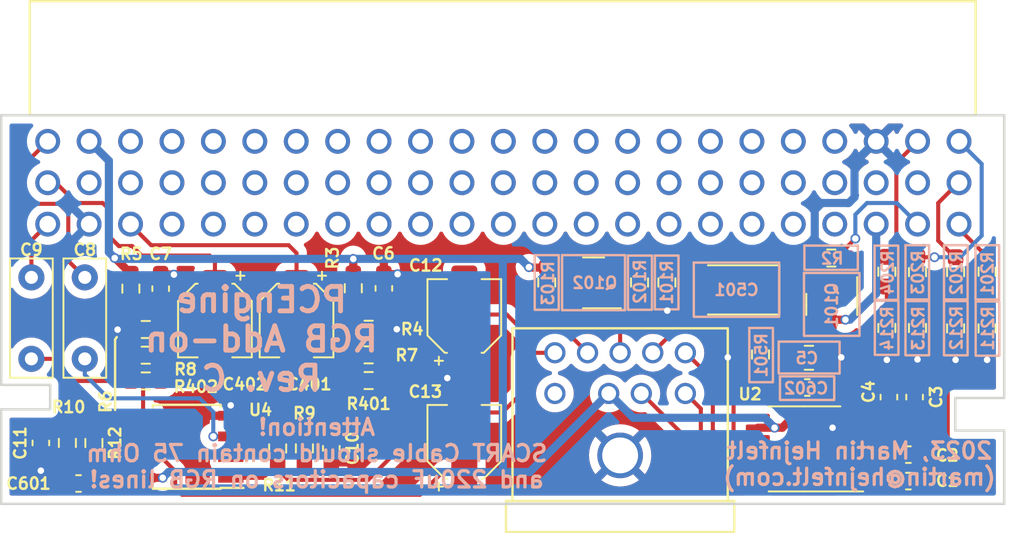
<source format=kicad_pcb>
(kicad_pcb (version 20211014) (generator pcbnew)
  (layers (0 "F.Cu" signal) (31 "B.Cu" signal) (34 "B.Paste" user) (35 "F.Paste" user) (36 "B.SilkS" user "B.Silkscreen") (37 "F.SilkS" user "F.Silkscreen") (38 "B.Mask" user) (39 "F.Mask" user) (44 "Edge.Cuts" user))
  (net 0 "")
  (net 1 "Net-(C1-Pad1)")
  (net 2 "Net-(C2-Pad1)")
  (net 3 "Net-(C3-Pad1)")
  (net 4 "/Sync")
  (net 5 "/Blue")
  (net 6 "/Green")
  (net 7 "/Red")
  (net 8 "/Blue_raw")
  (net 9 "/Green_raw")
  (net 10 "/Red_raw")
  (net 11 "Net-(C4-Pad1)")
  (net 12 "/Video_raw")
  (net 13 "Net-(C6-Pad1)")
  (net 14 "GNDA")
  (net 15 "Net-(C10-Pad1)")
  (net 16 "Net-(C11-Pad1)")
  (net 17 "/AudioLeftAmp")
  (net 18 "/AudioRightAmp")
  (net 19 "+5V")
  (net 20 "Net-(R11-Pad2)")
  (net 21 "/AudioRight")
  (net 22 "/AudioLeft")
  (net 23 "/Video")
  (net 24 "Net-(R2-Pad2)")
  (net 25 "Net-(C13-Pad1)")
  (net 26 "Net-(Q101-Pad2)")
  (net 27 "Net-(Q102-Pad1)")
  (net 35 "/Audio_Mono")
  (net 36 "Net-(C7-Pad1)")
  (net 37 "Net-(C12-Pad1)")
  (net 38 "Net-(C401-Pad1)")
  (net 39 "Net-(R10-Pad1)")
  (net 40 "Net-(C2-Pad2)")
  (net 41 "Net-(C3-Pad2)")
  (net 42 "Net-(C4-Pad2)")
  (net 43 "Net-(C1-Pad2)")
  (net 44 "/CDA_L")
  (net 45 "/CDA_R")
  (net 46 "Net-(C402-Pad1)")
  (net 47 "Net-(C401-Pad2)")
  (net 48 "Net-(C402-Pad2)")
  (net 49 "Net-(Q101-Pad1)")
  (net 57 "Net-(R501-Pad2)")
  (net 58 "Net-(R501-Pad1)")
  (footprint "Capacitor_SMD:C_0603_1608Metric_Pad1.08x0.95mm_HandSolder" (layer "F.Cu") (at 171.3738 104.9528)
    (fp_text reference "C1")
    (fp_text value "0.1uF")
  )
  (footprint "Capacitor_SMD:C_0603_1608Metric_Pad1.08x0.95mm_HandSolder" (layer "F.Cu") (at 171.3738 103.3272)
    (fp_text reference "C2")
    (fp_text value "0.1uF")
  )
  (footprint "Capacitor_SMD:C_0603_1608Metric_Pad1.08x0.95mm_HandSolder" (layer "F.Cu") (at 171.7548 99.7966 90)
    (fp_text reference "C3")
    (fp_text value "0.1uF")
  )
  (footprint "pcengine-expansion:PCEngineExpansion" (layer "F.Cu") (at 146.5 86.5)
    (fp_text reference "U1" hide)
    (fp_text value "PCEngineExpansion")
  )
  (footprint "Package_SO:TSSOP-14_4.4x5mm_P0.65mm" (layer "F.Cu") (at 165.0061 102.9762 180)
    (fp_text reference "U2")
    (fp_text value "THS7374")
  )
  (footprint "mini-din:MINI-DIN-9PIN" (layer "F.Cu") (at 153.7 97.075 180)
    (fp_text reference "U3" hide)
    (fp_text value "Mini-DIN-9-Pin")
  )
  (footprint "Capacitor_SMD:C_0603_1608Metric_Pad1.08x0.95mm_HandSolder" (layer "F.Cu") (at 170.18 99.7966 90)
    (fp_text reference "C4")
    (fp_text value "0.1uF")
  )
  (footprint "Capacitor_SMD:C_0603_1608Metric_Pad1.08x0.95mm_HandSolder" (layer "F.Cu") (at 139.2118 93.1238 90)
    (fp_text reference "C6")
    (fp_text value "2.2uF")
  )
  (footprint "Capacitor_SMD:C_0603_1608Metric_Pad1.08x0.95mm_HandSolder" (layer "F.Cu") (at 125.5268 93.1418 90)
    (fp_text reference "C7")
    (fp_text value "2.2uF")
  )
  (footprint "Capacitor_SMD:C_0603_1608Metric_Pad1.08x0.95mm_HandSolder" (layer "F.Cu") (at 135.9898 102.9405 -90)
    (fp_text reference "C10")
    (fp_text value "1uF")
  )
  (footprint "Capacitor_SMD:C_0603_1608Metric_Pad1.08x0.95mm_HandSolder" (layer "F.Cu") (at 118.1805 102.6103 -90)
    (fp_text reference "C11")
    (fp_text value "1uF")
  )
  (footprint "Resistor_SMD:R_0603_1608Metric_Pad0.98x0.95mm_HandSolder" (layer "F.Cu") (at 137.3378 93.1164 -90)
    (fp_text reference "R3")
    (fp_text value "10K")
  )
  (footprint "Resistor_SMD:R_0603_1608Metric_Pad0.98x0.95mm_HandSolder" (layer "F.Cu") (at 138.2776 95.631)
    (fp_text reference "R4")
    (fp_text value "10K")
  )
  (footprint "Resistor_SMD:R_0603_1608Metric_Pad0.98x0.95mm_HandSolder" (layer "F.Cu") (at 123.7 93.1418 -90)
    (fp_text reference "R5")
    (fp_text value "10K")
  )
  (footprint "Resistor_SMD:R_0603_1608Metric_Pad0.98x0.95mm_HandSolder" (layer "F.Cu") (at 124.6124 95.649 180)
    (fp_text reference "R6")
    (fp_text value "10K")
  )
  (footprint "Resistor_SMD:R_0603_1608Metric_Pad0.98x0.95mm_HandSolder" (layer "F.Cu") (at 138.2776 97.2058 180)
    (fp_text reference "R7")
    (fp_text value "1M")
  )
  (footprint "Resistor_SMD:R_0603_1608Metric_Pad0.98x0.95mm_HandSolder" (layer "F.Cu") (at 124.6124 97.2238)
    (fp_text reference "R8")
    (fp_text value "1M")
  )
  (footprint "Resistor_SMD:R_0603_1608Metric_Pad0.98x0.95mm_HandSolder" (layer "F.Cu") (at 134.3406 102.9443 90)
    (fp_text reference "R9")
    (fp_text value "2K7")
  )
  (footprint "Resistor_SMD:R_0603_1608Metric_Pad0.98x0.95mm_HandSolder" (layer "F.Cu") (at 119.8061 102.6084 90)
    (fp_text reference "R10")
    (fp_text value "2K7")
  )
  (footprint "Resistor_SMD:R_0603_1608Metric_Pad0.98x0.95mm_HandSolder" (layer "F.Cu") (at 132.7 102.95 90)
    (fp_text reference "R11")
    (fp_text value "10K")
  )
  (footprint "Resistor_SMD:R_0603_1608Metric_Pad0.98x0.95mm_HandSolder" (layer "F.Cu") (at 121.4317 102.6141 90)
    (fp_text reference "R12")
    (fp_text value "10K")
  )
  (footprint "Housings_SOIC:SOIC-8_3.9x4.9mm_Pitch1.27mm" (layer "F.Cu") (at 127.127 102.8446 180)
    (fp_text reference "U4")
    (fp_text value "TS922A")
  )
  (footprint "Capacitor_SMD:C_0805_2012Metric_Pad1.18x1.45mm_HandSolder" (layer "F.Cu") (at 165.2778 97.3836)
    (fp_text reference "C5")
    (fp_text value "10uF")
  )
  (footprint "Capacitors_THT:C_Rect_L7.2mm_W2.5mm_P5.00mm_FKS2_FKP2_MKS2_MKP2" (layer "F.Cu") (at 120.875 97.45 90)
    (fp_text reference "C8")
    (fp_text value "10nF/Poly")
  )
  (footprint "Capacitors_THT:C_Rect_L7.2mm_W2.5mm_P5.00mm_FKS2_FKP2_MKS2_MKP2" (layer "F.Cu") (at 117.6 97.45 90)
    (fp_text reference "C9")
    (fp_text value "10nF/Poly")
  )
  (footprint "Capacitor_SMD:CP_Elec_4x5.3" (layer "F.Cu") (at 144.145 94.8182 90)
    (fp_text reference "C12")
    (fp_text value "10uF/Poly")
  )
  (footprint "Capacitor_SMD:CP_Elec_4x5.3" (layer "F.Cu") (at 144.145 102.5398 90)
    (fp_text reference "C13")
    (fp_text value "10uF/Poly")
  )
  (footprint "Resistor_SMD:R_0603_1608Metric_Pad0.98x0.95mm_HandSolder" (layer "F.Cu") (at 166.6494 91.2622)
    (fp_text reference "R2")
    (fp_text value "1K")
  )
  (footprint "Capacitor_SMD:C_0603_1608Metric_Pad1.08x0.95mm_HandSolder" (layer "F.Cu") (at 120.4919 105.0995 180)
    (fp_text reference "C601")
    (fp_text value "0.1uF")
  )
  (footprint "Capacitor_SMD:CP_Elec_4x5.3" (layer "F.Cu") (at 133.858 95.0976 -90)
    (fp_text reference "C401")
    (fp_text value "10uF/Poly")
  )
  (footprint "Package_TO_SOT_SMD:SOT-23" (layer "F.Cu") (at 152.0698 92.7862 180)
    (fp_text reference "Q102")
    (fp_text value "MMBT3904")
  )
  (footprint "Resistor_SMD:R_0603_1608Metric_Pad0.98x0.95mm_HandSolder" (layer "F.Cu") (at 124.6124 98.806)
    (fp_text reference "R402")
    (fp_text value "1K")
  )
  (footprint "Resistor_SMD:R_0603_1608Metric_Pad0.98x0.95mm_HandSolder" (layer "F.Cu") (at 176.1998 92.1004 -90)
    (fp_text reference "R201")
    (fp_text value "2.2K")
  )
  (footprint "Resistor_SMD:R_0603_1608Metric_Pad0.98x0.95mm_HandSolder" (layer "F.Cu") (at 162.306 97.1804 -90)
    (fp_text reference "R501")
    (fp_text value "75R")
  )
  (footprint "Resistor_SMD:R_0603_1608Metric_Pad0.98x0.95mm_HandSolder" (layer "F.Cu") (at 174.2694 95.5802 90)
    (fp_text reference "R212")
    (fp_text value "2.2K")
  )
  (footprint "Resistor_SMD:R_0603_1608Metric_Pad0.98x0.95mm_HandSolder" (layer "F.Cu") (at 170.053 92.1004 -90)
    (fp_text reference "R204")
    (fp_text value "2.2K")
  )
  (footprint "Capacitor_Tantalum_SMD:CP_EIA-3528-12_Kemet-T_Pad1.50x2.35mm_HandSolder" (layer "F.Cu") (at 160.8328 93.218 180)
    (fp_text reference "C501")
    (fp_text value "220uF")
  )
  (footprint "Resistor_SMD:R_0603_1608Metric_Pad0.98x0.95mm_HandSolder" (layer "F.Cu") (at 171.9326 92.1258 -90)
    (fp_text reference "R203")
    (fp_text value "2.2K")
  )
  (footprint "Resistor_SMD:R_0603_1608Metric_Pad0.98x0.95mm_HandSolder" (layer "F.Cu") (at 171.9326 95.5548 90)
    (fp_text reference "R213")
    (fp_text value "2.2K")
  )
  (footprint "Resistor_SMD:R_0603_1608Metric_Pad0.98x0.95mm_HandSolder" (layer "F.Cu") (at 176.1998 95.5802 90)
    (fp_text reference "R211")
    (fp_text value "2.2K")
  )
  (footprint "Capacitor_SMD:C_0603_1608Metric_Pad1.08x0.95mm_HandSolder" (layer "F.Cu") (at 165.1762 99.2082)
    (fp_text reference "C602")
    (fp_text value "0.1uF")
  )
  (footprint "Capacitor_SMD:CP_Elec_4x5.3" (layer "F.Cu") (at 128.8542 95.0976 -90)
    (fp_text reference "C402")
    (fp_text value "10uF/Poly")
  )
  (footprint "Resistor_SMD:R_0603_1608Metric_Pad0.98x0.95mm_HandSolder" (layer "F.Cu") (at 174.2694 92.1258 -90)
    (fp_text reference "R202")
    (fp_text value "2.2K")
  )
  (footprint "Resistor_SMD:R_0603_1608Metric_Pad0.98x0.95mm_HandSolder" (layer "F.Cu") (at 170.053 95.5548 90)
    (fp_text reference "R214")
    (fp_text value "2.2K")
  )
  (footprint "Resistor_SMD:R_0603_1608Metric_Pad0.98x0.95mm_HandSolder" (layer "F.Cu") (at 149.1996 92.7608 -90)
    (fp_text reference "R103")
    (fp_text value "510R")
  )
  (footprint "Resistor_SMD:R_0603_1608Metric_Pad0.98x0.95mm_HandSolder" (layer "F.Cu") (at 156.5656 92.7608 -90)
    (fp_text reference "R101")
    (fp_text value "1K")
  )
  (footprint "Resistor_SMD:R_0603_1608Metric_Pad0.98x0.95mm_HandSolder" (layer "F.Cu") (at 138.2776 98.7806 180)
    (fp_text reference "R401")
    (fp_text value "1K")
  )
  (footprint "Resistor_SMD:R_0603_1608Metric_Pad0.98x0.95mm_HandSolder" (layer "F.Cu") (at 154.8892 92.7608 90)
    (fp_text reference "R102")
    (fp_text value "1K")
  )
  (footprint "Package_TO_SOT_SMD:SOT-23" (layer "F.Cu") (at 166.6748 94.107 -90)
    (fp_text reference "Q101")
    (fp_text value "MMBT3906")
  )
  (gr_rect (start 169.3164 97.2058) (end 170.7642 93.8784) (layer "B.SilkS") (width 0.15) (fill none))
  (gr_rect (start 164.973 92.1766) (end 168.3766 96.0374) (layer "B.SilkS") (width 0.15) (fill none))
  (gr_rect (start 166.8272 99.9702) (end 163.4998 98.5224) (layer "B.SilkS") (width 0.15) (fill none))
  (gr_rect (start 169.3037 93.8276) (end 170.7515 90.5002) (layer "B.SilkS") (width 0.15) (fill none))
  (gr_rect (start 154.178 91.1098) (end 155.6512 94.4372) (layer "B.SilkS") (width 0.15) (fill none))
  (gr_rect (start 158.2166 91.5416) (end 163.449 94.869) (layer "B.SilkS") (width 0.15) (fill none))
  (gr_rect (start 155.829 91.1098) (end 157.2768 94.4118) (layer "B.SilkS") (width 0.15) (fill none))
  (gr_rect (start 175.4886 93.8022) (end 176.9364 90.4748) (layer "B.SilkS") (width 0.15) (fill none))
  (gr_rect (start 171.196 97.2312) (end 172.6438 93.9038) (layer "B.SilkS") (width 0.15) (fill none))
  (gr_rect (start 163.4236 96.393) (end 167.1574 98.3488) (layer "B.SilkS") (width 0.15) (fill none))
  (gr_rect (start 175.5013 97.2566) (end 176.9491 93.9292) (layer "B.SilkS") (width 0.15) (fill none))
  (gr_rect (start 161.6202 98.8822) (end 163.068 95.5548) (layer "B.SilkS") (width 0.15) (fill none))
  (gr_rect (start 168.275 91.9861) (end 164.9984 90.5002) (layer "B.SilkS") (width 0.15) (fill none))
  (gr_rect (start 148.463 91.0844) (end 149.9362 94.4372) (layer "B.SilkS") (width 0.15) (fill none))
  (gr_rect (start 171.196 93.8022) (end 172.6438 90.4748) (layer "B.SilkS") (width 0.15) (fill none))
  (gr_rect (start 150.1394 91.0844) (end 154.0002 94.4626) (layer "B.SilkS") (width 0.15) (fill none))
  (gr_rect (start 173.5582 93.8022) (end 175.006 90.4748) (layer "B.SilkS") (width 0.15) (fill none))
  (gr_rect (start 173.5582 97.2312) (end 175.006 93.9038) (layer "B.SilkS") (width 0.15) (fill none))
  (gr_line (start 122.7328 100.584) (end 122.7328 96.266) (layer "F.SilkS") (width 0.15))
  (gr_line (start 122.8344 96.1136) (end 122.7328 96.266) (layer "F.SilkS") (width 0.15))
  (gr_line (start 117.5 82.5) (end 115.75 82.5) (layer "Edge.Cuts") (width 0.15))
  (gr_line (start 115.75 106.35) (end 115.75 100.55) (layer "Edge.Cuts") (width 0.15))
  (gr_line (start 177.25 106.35) (end 115.75 106.35) (layer "Edge.Cuts") (width 0.15))
  (gr_line (start 177.25 101.85) (end 177.25 106.35) (layer "Edge.Cuts") (width 0.15))
  (gr_line (start 175.5 82.5) (end 177.25 82.5) (layer "Edge.Cuts") (width 0.15))
  (gr_line (start 118.75 100.55) (end 115.75 100.55) (layer "Edge.Cuts") (width 0.15))
  (gr_line (start 177.25 99.85) (end 177.25 82.5) (layer "Edge.Cuts") (width 0.15))
  (gr_line (start 118.75 99.05) (end 118.75 100.55) (layer "Edge.Cuts") (width 0.15))
  (gr_line (start 117.5 82.5) (end 175.5 82.5) (layer "Edge.Cuts") (width 0.15))
  (gr_line (start 115.75 99.05) (end 115.75 82.5) (layer "Edge.Cuts") (width 0.15))
  (gr_line (start 115.75 99.05) (end 118.75 99.05) (layer "Edge.Cuts") (width 0.15))
  (gr_line (start 177.25 101.85) (end 174.25 101.85) (layer "Edge.Cuts") (width 0.15))
  (gr_line (start 174.25 99.85) (end 177.25 99.85) (layer "Edge.Cuts") (width 0.15))
  (gr_line (start 174.25 101.85) (end 174.25 99.85) (layer "Edge.Cuts") (width 0.15))
  (gr_text "PCEngine\nRGB Add-on\nRev. C" (at 131.699 96.2406) (layer "B.SilkS") (effects (font (size 1.5 1.5) (thickness 0.3)) (justify mirror)))
  (gr_text "2023, Martin Hejnfelt\n(martin@hejnfelt.com)" (at 168.375 103.9) (layer "B.SilkS") (effects (font (size 1 1) (thickness 0.2)) (justify mirror)))
  (gr_text "Attention!\nSCART Cable should contain 75 Ohm\nand 220uF capacitors on RGB lines!" (at 135.1026 103.251) (layer "B.SilkS") (effects (font (size 1 1) (thickness 0.2)) (justify mirror)))
  (segment (start 167.8686 104.9262) (end 170.4847 104.9262) (width 0.25) (layer "F.Cu") (net 1))
  (segment (start 170.4847 104.9262) (end 170.5113 104.9528) (width 0.25) (layer "F.Cu") (net 1))
  (segment (start 167.8686 104.2762) (end 169.5623 104.2762) (width 0.25) (layer "F.Cu") (net 2))
  (segment (start 169.5623 104.2762) (end 170.5113 103.3272) (width 0.25) (layer "F.Cu") (net 2))
  (segment (start 171.7548 100.6591) (end 171.7548 101.7016) (width 0.25) (layer "F.Cu") (net 3))
  (segment (start 170.1038 102.2096) (end 169.5704 102.743) (width 0.25) (layer "F.Cu") (net 3))
  (segment (start 171.7548 101.7016) (end 171.2468 102.2096) (width 0.25) (layer "F.Cu") (net 3))
  (segment (start 169.5704 103.3526) (end 169.2968 103.6262) (width 0.25) (layer "F.Cu") (net 3))
  (segment (start 169.2968 103.6262) (end 167.8686 103.6262) (width 0.25) (layer "F.Cu") (net 3))
  (segment (start 169.5704 102.743) (end 169.5704 103.3526) (width 0.25) (layer "F.Cu") (net 3))
  (segment (start 171.2468 102.2096) (end 170.1038 102.2096) (width 0.25) (layer "F.Cu") (net 3))
  (segment (start 150.0867 92.7862) (end 151.1323 92.7862) (width 0.25) (layer "F.Cu") (net 4))
  (segment (start 152.9673 94.9791) (end 153.7 95.7118) (width 0.25) (layer "F.Cu") (net 4))
  (segment (start 151.1323 92.7862) (end 151.1323 94.1601) (width 0.25) (layer "F.Cu") (net 4))
  (segment (start 151.9513 94.9791) (end 152.9673 94.9791) (width 0.25) (layer "F.Cu") (net 4))
  (segment (start 151.1323 94.1601) (end 151.9513 94.9791) (width 0.25) (layer "F.Cu") (net 4))
  (segment (start 153.7 95.7118) (end 153.7 97.075) (width 0.25) (layer "F.Cu") (net 4))
  (segment (start 149.1996 93.6733) (end 150.0867 92.7862) (width 0.25) (layer "F.Cu") (net 4))
  (segment (start 160.3744 104.9262) (end 155.0232 99.575) (width 0.25) (layer "F.Cu") (net 5))
  (segment (start 155.0232 99.575) (end 155 99.575) (width 0.25) (layer "F.Cu") (net 5))
  (segment (start 162.1436 104.9262) (end 160.3744 104.9262) (width 0.25) (layer "F.Cu") (net 5))
  (segment (start 162.1436 104.2762) (end 160.7658 104.2762) (width 0.25) (layer "F.Cu") (net 6))
  (segment (start 160.7658 104.2762) (end 158.6484 102.1588) (width 0.25) (layer "F.Cu") (net 6))
  (segment (start 158.6484 100.5078) (end 157.7156 99.575) (width 0.25) (layer "F.Cu") (net 6))
  (segment (start 158.6484 102.1588) (end 158.6484 100.5078) (width 0.25) (layer "F.Cu") (net 6))
  (segment (start 157.7156 99.575) (end 157.7 99.575) (width 0.25) (layer "F.Cu") (net 6))
  (segment (start 159.385 101.8286) (end 161.1826 103.6262) (width 0.25) (layer "F.Cu") (net 7))
  (segment (start 157.7 97.075) (end 157.7302 97.075) (width 0.25) (layer "F.Cu") (net 7))
  (segment (start 157.7302 97.075) (end 159.385 98.7298) (width 0.25) (layer "F.Cu") (net 7))
  (segment (start 161.1826 103.6262) (end 162.1436 103.6262) (width 0.25) (layer "F.Cu") (net 7))
  (segment (start 159.385 98.7298) (end 159.385 101.8286) (width 0.25) (layer "F.Cu") (net 7))
  (segment (start 174.48 89.4681) (end 176.1998 91.1879) (width 0.25) (layer "F.Cu") (net 8))
  (segment (start 174.48 89.18) (end 174.48 89.4681) (width 0.25) (layer "F.Cu") (net 8))
  (segment (start 174.4466 86.64) (end 173.2026 87.884) (width 0.25) (layer "F.Cu") (net 9))
  (segment (start 173.2026 87.884) (end 173.2026 90.1954) (width 0.25) (layer "F.Cu") (net 9))
  (segment (start 174.48 86.64) (end 174.4466 86.64) (width 0.25) (layer "F.Cu") (net 9))
  (segment (start 174.2205 91.2133) (end 174.2694 91.2133) (width 0.25) (layer "F.Cu") (net 9))
  (segment (start 173.2026 90.1954) (end 174.2205 91.2133) (width 0.25) (layer "F.Cu") (net 9))
  (segment (start 171.9326 91.2133) (end 172.9721 91.2133) (width 0.25) (layer "F.Cu") (net 10))
  (segment (start 172.9721 91.2133) (end 172.974 91.2114) (width 0.25) (layer "F.Cu") (net 10))
  (via (at 172.974 91.2114) (size 0.6) (drill 0.4) (layers "F.Cu" "B.Cu") (net 10))
  (segment (start 174.5488 91.2114) (end 175.8696 89.8906) (width 0.25) (layer "B.Cu") (net 10))
  (segment (start 175.8696 89.8906) (end 175.8696 85.4896) (width 0.25) (layer "B.Cu") (net 10))
  (segment (start 172.974 91.2114) (end 174.5488 91.2114) (width 0.25) (layer "B.Cu") (net 10))
  (segment (start 175.8696 85.4896) (end 174.48 84.1) (width 0.25) (layer "B.Cu") (net 10))
  (segment (start 170.18 100.7618) (end 169.0878 101.854) (width 0.25) (layer "F.Cu") (net 11))
  (segment (start 170.18 100.6591) (end 170.18 100.7618) (width 0.25) (layer "F.Cu") (net 11))
  (segment (start 169.0878 101.854) (end 169.0878 102.6922) (width 0.25) (layer "F.Cu") (net 11))
  (segment (start 168.8038 102.9762) (end 167.8686 102.9762) (width 0.25) (layer "F.Cu") (net 11))
  (segment (start 169.0878 102.6922) (end 168.8038 102.9762) (width 0.25) (layer "F.Cu") (net 11))
  (segment (start 170.6372 90.6037) (end 170.053 91.1879) (width 0.25) (layer "F.Cu") (net 12))
  (segment (start 170.6372 85.4202) (end 170.6372 90.6037) (width 0.25) (layer "F.Cu") (net 12))
  (segment (start 171.94 84.1174) (end 170.6372 85.4202) (width 0.25) (layer "F.Cu") (net 12))
  (segment (start 171.94 84.1) (end 171.94 84.1174) (width 0.25) (layer "F.Cu") (net 12))
  (segment (start 137.3651 95.631) (end 137.3651 94.0562) (width 0.25) (layer "F.Cu") (net 13))
  (segment (start 137.3378 94.0289) (end 139.1692 94.0289) (width 0.25) (layer "F.Cu") (net 13))
  (segment (start 137.3651 95.631) (end 137.3651 97.2058) (width 0.25) (layer "F.Cu") (net 13))
  (segment (start 139.1692 94.0289) (end 139.2118 93.9863) (width 0.25) (layer "F.Cu") (net 13))
  (segment (start 137.3651 94.0562) (end 137.3378 94.0289) (width 0.25) (layer "F.Cu") (net 13))
  (segment (start 129.827 100.9396) (end 129.827 100.3122) (width 0.5) (layer "F.Cu") (net 14))
  (segment (start 174.2694 96.4927) (end 174.2694 97.5106) (width 0.5) (layer "F.Cu") (net 14))
  (segment (start 171.9326 96.4673) (end 171.9326 97.4852) (width 0.5) (layer "F.Cu") (net 14))
  (segment (start 167.8686 101.6762) (end 166.7256 101.6762) (width 0.5) (layer "F.Cu") (net 14))
  (segment (start 129.827 100.3122) (end 129.8194 100.3046) (width 0.5) (layer "F.Cu") (net 14))
  (segment (start 166.3153 97.3836) (end 167.2336 97.3836) (width 0.5) (layer "F.Cu") (net 14))
  (segment (start 122.8926 95.649) (end 122.8852 95.6564) (width 0.5) (layer "F.Cu") (net 14))
  (segment (start 126.3385 92.2793) (end 126.3396 92.2782) (width 0.5) (layer "F.Cu") (net 14))
  (segment (start 156.5656 94.4626) (end 156.591 94.488) (width 0.5) (layer "F.Cu") (net 14))
  (segment (start 139.1901 95.631) (end 140.0048 95.631) (width 0.5) (layer "F.Cu") (net 14))
  (segment (start 140.0556 92.2528) (end 139.2203 92.2528) (width 0.5) (layer "F.Cu") (net 14))
  (segment (start 118.1805 103.4728) (end 118.1805 104.3121) (width 0.5) (layer "F.Cu") (net 14))
  (segment (start 176.1998 96.4927) (end 176.1998 97.5106) (width 0.5) (layer "F.Cu") (net 14))
  (segment (start 156.5656 93.6733) (end 156.5656 94.4626) (width 0.5) (layer "F.Cu") (net 14))
  (segment (start 125.5268 92.2793) (end 126.3385 92.2793) (width 0.5) (layer "F.Cu") (net 14))
  (segment (start 167.2336 97.3836) (end 167.259 97.3582) (width 0.5) (layer "F.Cu") (net 14))
  (segment (start 170.053 96.4673) (end 170.053 97.5106) (width 0.5) (layer "F.Cu") (net 14))
  (segment (start 123.6999 95.649) (end 122.8926 95.649) (width 0.5) (layer "F.Cu") (net 14))
  (segment (start 139.2203 92.2528) (end 139.2118 92.2613) (width 0.5) (layer "F.Cu") (net 14))
  (via (at 129.8194 100.3046) (size 0.6) (drill 0.4) (layers "F.Cu" "B.Cu") (net 14))
  (via (at 143.1036 98.6282) (size 0.6) (drill 0.4) (layers "F.Cu" "B.Cu") (net 14))
  (via (at 122.8852 95.6564) (size 0.6) (drill 0.4) (layers "F.Cu" "B.Cu") (net 14))
  (via (at 126.3396 92.2782) (size 0.6) (drill 0.4) (layers "F.Cu" "B.Cu") (net 14))
  (via (at 166.7256 101.6762) (size 0.6) (drill 0.4) (layers "F.Cu" "B.Cu") (net 14))
  (via (at 118.1805 104.3121) (size 0.6) (drill 0.4) (layers "F.Cu" "B.Cu") (net 14))
  (via (at 140.0556 92.2528) (size 0.6) (drill 0.4) (layers "F.Cu" "B.Cu") (net 14))
  (via (at 174.2694 97.5106) (size 0.6) (drill 0.4) (layers "F.Cu" "B.Cu") (net 14))
  (via (at 140.0048 95.631) (size 0.6) (drill 0.4) (layers "F.Cu" "B.Cu") (net 14))
  (via (at 167.259 97.3582) (size 0.6) (drill 0.4) (layers "F.Cu" "B.Cu") (net 14))
  (via (at 156.591 94.488) (size 0.6) (drill 0.4) (layers "F.Cu" "B.Cu") (net 14))
  (via (at 171.9326 97.4852) (size 0.6) (drill 0.4) (layers "F.Cu" "B.Cu") (net 14))
  (via (at 160.2994 97.3582) (size 0.6) (drill 0.4) (layers "F.Cu" "B.Cu") (net 14))
  (via (at 176.1998 97.5106) (size 0.6) (drill 0.4) (layers "F.Cu" "B.Cu") (net 14))
  (via (at 170.053 97.5106) (size 0.6) (drill 0.4) (layers "F.Cu" "B.Cu") (net 14))
  (segment (start 167.7162 87.884) (end 166.0652 87.884) (width 0.5) (layer "B.Cu") (net 14))
  (segment (start 169.3666 84.1) (end 168.0718 85.3948) (width 0.5) (layer "B.Cu") (net 14))
  (segment (start 165.6334 88.3158) (end 165.6334 90.5764) (width 0.5) (layer "B.Cu") (net 14))
  (segment (start 168.0718 85.3948) (end 168.0718 87.5284) (width 0.5) (layer "B.Cu") (net 14))
  (segment (start 168.0718 87.5284) (end 167.7162 87.884) (width 0.5) (layer "B.Cu") (net 14))
  (segment (start 166.0652 87.884) (end 165.6334 88.3158) (width 0.5) (layer "B.Cu") (net 14))
  (segment (start 169.4 84.1) (end 169.3666 84.1) (width 0.5) (layer "B.Cu") (net 14))
  (segment (start 135.9436 102.0318) (end 135.9898 102.078) (width 0.25) (layer "F.Cu") (net 15))
  (segment (start 134.3406 102.0318) (end 135.9436 102.0318) (width 0.25) (layer "F.Cu") (net 15))
  (segment (start 118.1805 101.7478) (end 119.7542 101.7478) (width 0.25) (layer "F.Cu") (net 16))
  (segment (start 119.7542 101.7478) (end 119.8061 101.6959) (width 0.25) (layer "F.Cu") (net 16))
  (segment (start 144.145 93.6752) (end 145.1991 94.7293) (width 0.25) (layer "F.Cu") (net 17))
  (segment (start 147.7264 95.7072) (end 150.3322 95.7072) (width 0.25) (layer "F.Cu") (net 17))
  (segment (start 145.1991 94.7293) (end 146.7485 94.7293) (width 0.25) (layer "F.Cu") (net 17))
  (segment (start 146.7485 94.7293) (end 147.7264 95.7072) (width 0.25) (layer "F.Cu") (net 17))
  (segment (start 144.145 93.0182) (end 144.145 93.6752) (width 0.25) (layer "F.Cu") (net 17))
  (segment (start 150.3322 95.7072) (end 151.7 97.075) (width 0.25) (layer "F.Cu") (net 17))
  (segment (start 147.955 97.0788) (end 149.6962 97.0788) (width 0.25) (layer "F.Cu") (net 18))
  (segment (start 147.6248 97.409) (end 147.955 97.0788) (width 0.25) (layer "F.Cu") (net 18))
  (segment (start 146.4784 100.7398) (end 147.6248 99.5934) (width 0.25) (layer "F.Cu") (net 18))
  (segment (start 149.6962 97.0788) (end 149.7 97.075) (width 0.25) (layer "F.Cu") (net 18))
  (segment (start 147.6248 99.5934) (end 147.6248 97.409) (width 0.25) (layer "F.Cu") (net 18))
  (segment (start 144.145 100.7398) (end 146.4784 100.7398) (width 0.25) (layer "F.Cu") (net 18))
  (segment (start 121.3544 105.0995) (end 122.5607 105.0995) (width 0.5) (layer "F.Cu") (net 19))
  (segment (start 122.9106 104.7496) (end 124.427 104.7496) (width 0.5) (layer "F.Cu") (net 19))
  (segment (start 148.1074 91.821) (end 148.1347 91.8483) (width 0.5) (layer "F.Cu") (net 19))
  (segment (start 162.1436 102.3262) (end 162.1436 101.6762) (width 0.25) (layer "F.Cu") (net 19))
  (segment (start 137.3378 91.313) (end 137.3378 92.2039) (width 0.5) (layer "F.Cu") (net 19))
  (segment (start 163.6391 101.6762) (end 163.1696 101.6762) (width 0.5) (layer "F.Cu") (net 19))
  (segment (start 165.3563 95.0445) (end 166.6748 95.0445) (width 0.5) (layer "F.Cu") (net 19))
  (segment (start 166.6771 95.0468) (end 166.6748 95.0445) (width 0.5) (layer "F.Cu") (net 19))
  (segment (start 164.3137 97.457) (end 164.2403 97.3836) (width 0.5) (layer "F.Cu") (net 19))
  (segment (start 122.5607 105.0995) (end 122.9106 104.7496) (width 0.5) (layer "F.Cu") (net 19))
  (segment (start 148.1347 91.8483) (end 149.1996 91.8483) (width 0.5) (layer "F.Cu") (net 19))
  (segment (start 125.6538 104.7496) (end 124.427 104.7496) (width 0.5) (layer "F.Cu") (net 19))
  (segment (start 164.3137 101.0016) (end 163.6391 101.6762) (width 0.5) (layer "F.Cu") (net 19))
  (segment (start 164.2403 96.1605) (end 165.3563 95.0445) (width 0.5) (layer "F.Cu") (net 19))
  (segment (start 164.3137 99.2082) (end 164.3137 101.0016) (width 0.5) (layer "F.Cu") (net 19))
  (segment (start 164.3137 99.2082) (end 164.3137 97.457) (width 0.5) (layer "F.Cu") (net 19))
  (segment (start 163.1696 101.6762) (end 162.1436 101.6762) (width 0.5) (layer "F.Cu") (net 19))
  (segment (start 122.7074 91.2622) (end 122.7329 91.2622) (width 0.5) (layer "F.Cu") (net 19))
  (segment (start 164.2403 97.3836) (end 164.2403 96.1605) (width 0.5) (layer "F.Cu") (net 19))
  (segment (start 122.7329 91.2622) (end 123.7 92.2293) (width 0.5) (layer "F.Cu") (net 19))
  (segment (start 167.513 95.0468) (end 166.6771 95.0468) (width 0.5) (layer "F.Cu") (net 19))
  (via (at 125.6538 104.7496) (size 0.6) (drill 0.4) (layers "F.Cu" "B.Cu") (net 19))
  (via (at 163.1696 101.6762) (size 0.6) (drill 0.4) (layers "F.Cu" "B.Cu") (net 19))
  (via (at 122.7074 91.2622) (size 0.6) (drill 0.4) (layers "F.Cu" "B.Cu") (net 19))
  (via (at 148.1074 91.821) (size 0.6) (drill 0.4) (layers "F.Cu" "B.Cu") (net 19))
  (via (at 137.3378 91.313) (size 0.6) (drill 0.4) (layers "F.Cu" "B.Cu") (net 19))
  (via (at 167.513 95.0468) (size 0.6) (drill 0.4) (layers "F.Cu" "B.Cu") (net 19))
  (segment (start 121.1586 84.1) (end 121.14 84.1) (width 0.5) (layer "B.Cu") (net 19))
  (segment (start 146.5072 104.394) (end 126.0094 104.394) (width 0.5) (layer "B.Cu") (net 19))
  (segment (start 146.5072 104.394) (end 146.5072 91.4908) (width 0.5) (layer "B.Cu") (net 19))
  (segment (start 137.3378 91.313) (end 146.685 91.313) (width 0.5) (layer "B.Cu") (net 19))
  (segment (start 122.7074 91.2622) (end 122.3518 90.9066) (width 0.5) (layer "B.Cu") (net 19))
  (segment (start 122.3518 90.9066) (end 122.3518 85.2932) (width 0.5) (layer "B.Cu") (net 19))
  (segment (start 122.3518 85.2932) (end 121.1586 84.1) (width 0.5) (layer "B.Cu") (net 19))
  (segment (start 154.5082 101.0666) (end 162.56 101.0666) (width 0.5) (layer "B.Cu") (net 19))
  (segment (start 146.5072 91.4908) (end 146.685 91.313) (width 0.5) (layer "B.Cu") (net 19))
  (segment (start 122.7582 91.313) (end 137.3378 91.313) (width 0.5) (layer "B.Cu") (net 19))
  (segment (start 169.4 93.4392) (end 167.7924 95.0468) (width 0.5) (layer "B.Cu") (net 19))
  (segment (start 169.4 89.18) (end 169.4 93.4392) (width 0.5) (layer "B.Cu") (net 19))
  (segment (start 146.685 91.313) (end 147.5994 91.313) (width 0.5) (layer "B.Cu") (net 19))
  (segment (start 122.7074 91.2622) (end 122.7582 91.313) (width 0.5) (layer "B.Cu") (net 19))
  (segment (start 148.1582 104.394) (end 146.5072 104.394) (width 0.5) (layer "B.Cu") (net 19))
  (segment (start 126.0094 104.394) (end 125.6538 104.7496) (width 0.5) (layer "B.Cu") (net 19))
  (segment (start 153.0166 99.575) (end 154.5082 101.0666) (width 0.5) (layer "B.Cu") (net 19))
  (segment (start 167.7924 95.0468) (end 167.513 95.0468) (width 0.5) (layer "B.Cu") (net 19))
  (segment (start 147.5994 91.313) (end 148.1074 91.821) (width 0.5) (layer "B.Cu") (net 19))
  (segment (start 152.9772 99.575) (end 148.1582 104.394) (width 0.5) (layer "B.Cu") (net 19))
  (segment (start 153 99.575) (end 153.0166 99.575) (width 0.5) (layer "B.Cu") (net 19))
  (segment (start 162.56 101.0666) (end 163.1696 101.6762) (width 0.5) (layer "B.Cu") (net 19))
  (segment (start 132.7 102.2162) (end 134.3406 103.8568) (width 0.25) (layer "F.Cu") (net 20))
  (segment (start 129.827 103.4796) (end 131.2579 103.4796) (width 0.25) (layer "F.Cu") (net 20))
  (segment (start 132.7 102.0375) (end 132.7 102.2162) (width 0.25) (layer "F.Cu") (net 20))
  (segment (start 131.2579 103.4796) (end 132.7 102.0375) (width 0.25) (layer "F.Cu") (net 20))
  (segment (start 117.6 92.45) (end 117.6 90.18) (width 0.25) (layer "F.Cu") (net 21))
  (segment (start 117.6 90.18) (end 118.6 89.18) (width 0.25) (layer "F.Cu") (net 21))
  (segment (start 118.592 84.1) (end 117.1702 85.5218) (width 0.25) (layer "F.Cu") (net 22))
  (segment (start 119.8626 88.4936) (end 119.8626 91.4376) (width 0.25) (layer "F.Cu") (net 22))
  (segment (start 117.1702 85.5218) (end 117.1702 87.2744) (width 0.25) (layer "F.Cu") (net 22))
  (segment (start 117.1702 87.2744) (end 117.8306 87.9348) (width 0.25) (layer "F.Cu") (net 22))
  (segment (start 118.6 84.1) (end 118.592 84.1) (width 0.25) (layer "F.Cu") (net 22))
  (segment (start 119.3038 87.9348) (end 119.8626 88.4936) (width 0.25) (layer "F.Cu") (net 22))
  (segment (start 117.8306 87.9348) (end 119.3038 87.9348) (width 0.25) (layer "F.Cu") (net 22))
  (segment (start 119.8626 91.4376) (end 120.875 92.45) (width 0.25) (layer "F.Cu") (net 22))
  (segment (start 158.6738 95.5802) (end 159.2078 95.0462) (width 0.25) (layer "F.Cu") (net 23))
  (segment (start 159.2078 95.0462) (end 159.2078 93.218) (width 0.25) (layer "F.Cu") (net 23))
  (segment (start 157.1752 95.5802) (end 158.6738 95.5802) (width 0.25) (layer "F.Cu") (net 23))
  (segment (start 155.7 97.0554) (end 157.1752 95.5802) (width 0.25) (layer "F.Cu") (net 23))
  (segment (start 155.7 97.075) (end 155.7 97.0554) (width 0.25) (layer "F.Cu") (net 23))
  (segment (start 167.5619 91.2622) (end 167.5619 90.6291) (width 0.25) (layer "F.Cu") (net 24))
  (segment (start 167.5619 90.6291) (end 168.1226 90.0684) (width 0.25) (layer "F.Cu") (net 24))
  (via (at 168.1226 90.0684) (size 0.6) (drill 0.4) (layers "F.Cu" "B.Cu") (net 24))
  (segment (start 168.1226 88.5952) (end 168.1226 90.0684) (width 0.25) (layer "B.Cu") (net 24))
  (segment (start 171.94 89.1614) (end 170.6626 87.884) (width 0.25) (layer "B.Cu") (net 24))
  (segment (start 170.6626 87.884) (end 168.8338 87.884) (width 0.25) (layer "B.Cu") (net 24))
  (segment (start 171.94 89.18) (end 171.94 89.1614) (width 0.25) (layer "B.Cu") (net 24))
  (segment (start 168.8338 87.884) (end 168.1226 88.5952) (width 0.25) (layer "B.Cu") (net 24))
  (segment (start 122.8128 103.5266) (end 122.8852 103.4542) (width 0.25) (layer "F.Cu") (net 25))
  (segment (start 142.875 104.3398) (end 144.145 104.3398) (width 0.25) (layer "F.Cu") (net 25))
  (segment (start 126.8476 105.791) (end 141.4238 105.791) (width 0.25) (layer "F.Cu") (net 25))
  (segment (start 141.4238 105.791) (end 142.875 104.3398) (width 0.25) (layer "F.Cu") (net 25))
  (segment (start 122.8852 103.4542) (end 124.4016 103.4542) (width 0.25) (layer "F.Cu") (net 25))
  (segment (start 124.4016 103.4542) (end 124.427 103.4796) (width 0.25) (layer "F.Cu") (net 25))
  (segment (start 126.4158 105.3592) (end 126.8476 105.791) (width 0.25) (layer "F.Cu") (net 25))
  (segment (start 124.427 103.4796) (end 125.5522 103.4796) (width 0.25) (layer "F.Cu") (net 25))
  (segment (start 121.4317 103.5266) (end 122.8128 103.5266) (width 0.25) (layer "F.Cu") (net 25))
  (segment (start 125.5522 103.4796) (end 126.4158 104.3432) (width 0.25) (layer "F.Cu") (net 25))
  (segment (start 126.4158 104.3432) (end 126.4158 105.3592) (width 0.25) (layer "F.Cu") (net 25))
  (segment (start 164.0332 90.5764) (end 164.5666 91.1098) (width 0.25) (layer "F.Cu") (net 26))
  (segment (start 157.6832 90.5764) (end 164.0332 90.5764) (width 0.25) (layer "F.Cu") (net 26))
  (segment (start 165.7248 93.1695) (end 165.7248 93.0046) (width 0.25) (layer "F.Cu") (net 26))
  (segment (start 164.5666 91.694) (end 165.7248 92.8522) (width 0.25) (layer "F.Cu") (net 26))
  (segment (start 165.7248 92.8522) (end 165.7248 93.1695) (width 0.25) (layer "F.Cu") (net 26))
  (segment (start 156.5656 91.694) (end 157.6832 90.5764) (width 0.25) (layer "F.Cu") (net 26))
  (segment (start 156.5656 91.8483) (end 156.5656 91.694) (width 0.25) (layer "F.Cu") (net 26))
  (segment (start 164.5666 91.1098) (end 164.5666 91.694) (width 0.25) (layer "F.Cu") (net 26))
  (segment (start 154.8892 91.8483) (end 156.5656 91.8483) (width 0.25) (layer "F.Cu") (net 26))
  (segment (start 153.0073 93.7362) (end 154.8263 93.7362) (width 0.25) (layer "F.Cu") (net 27))
  (segment (start 154.8263 93.7362) (end 154.8892 93.6733) (width 0.25) (layer "F.Cu") (net 27))
  (segment (start 125.5268 95.6471) (end 125.5249 95.649) (width 0.25) (layer "F.Cu") (net 36))
  (segment (start 125.5249 95.649) (end 125.5249 97.2238) (width 0.25) (layer "F.Cu") (net 36))
  (segment (start 123.7 94.0543) (end 125.4768 94.0543) (width 0.25) (layer "F.Cu") (net 36))
  (segment (start 125.4768 94.0543) (end 125.5268 94.0043) (width 0.25) (layer "F.Cu") (net 36))
  (segment (start 125.5268 94.0043) (end 125.5268 95.6471) (width 0.25) (layer "F.Cu") (net 36))
  (segment (start 141.837 97.1262) (end 141.837 101.2918) (width 0.25) (layer "F.Cu") (net 37))
  (segment (start 129.827 104.7496) (end 131.8129 104.7496) (width 0.25) (layer "F.Cu") (net 37))
  (segment (start 132.7 104.2266) (end 132.7 103.8625) (width 0.25) (layer "F.Cu") (net 37))
  (segment (start 141.837 101.2918) (end 138.2522 104.8766) (width 0.25) (layer "F.Cu") (net 37))
  (segment (start 138.2522 104.8766) (end 133.35 104.8766) (width 0.25) (layer "F.Cu") (net 37))
  (segment (start 131.8129 104.7496) (end 132.7 103.8625) (width 0.25) (layer "F.Cu") (net 37))
  (segment (start 142.345 96.6182) (end 141.837 97.1262) (width 0.25) (layer "F.Cu") (net 37))
  (segment (start 144.145 96.6182) (end 142.345 96.6182) (width 0.25) (layer "F.Cu") (net 37))
  (segment (start 133.35 104.8766) (end 132.7 104.2266) (width 0.25) (layer "F.Cu") (net 37))
  (segment (start 124.9426 90.4748) (end 133.3754 90.4748) (width 0.25) (layer "F.Cu") (net 38))
  (segment (start 133.858 90.9574) (end 133.858 93.2976) (width 0.25) (layer "F.Cu") (net 38))
  (segment (start 123.68 89.2122) (end 124.9426 90.4748) (width 0.25) (layer "F.Cu") (net 38))
  (segment (start 133.3754 90.4748) (end 133.858 90.9574) (width 0.25) (layer "F.Cu") (net 38))
  (segment (start 123.1646 102.2096) (end 124.427 102.2096) (width 0.25) (layer "F.Cu") (net 39))
  (segment (start 122.6566 101.7016) (end 122.8287 101.8737) (width 0.25) (layer "F.Cu") (net 39))
  (segment (start 119.8061 103.3272) (end 121.4317 101.7016) (width 0.25) (layer "F.Cu") (net 39))
  (segment (start 122.8344 101.8794) (end 123.1646 102.2096) (width 0.25) (layer "F.Cu") (net 39))
  (segment (start 119.8061 103.5209) (end 119.8061 103.3272) (width 0.25) (layer "F.Cu") (net 39))
  (segment (start 121.4317 101.7016) (end 122.6566 101.7016) (width 0.25) (layer "F.Cu") (net 39))
  (segment (start 173.0248 95.377) (end 173.0248 102.616) (width 0.25) (layer "F.Cu") (net 40))
  (segment (start 173.7341 94.6677) (end 173.0248 95.377) (width 0.25) (layer "F.Cu") (net 40))
  (segment (start 173.0248 102.616) (end 172.3136 103.3272) (width 0.25) (layer "F.Cu") (net 40))
  (segment (start 174.2694 94.6677) (end 173.7341 94.6677) (width 0.25) (layer "F.Cu") (net 40))
  (segment (start 172.3136 103.3272) (end 172.2363 103.3272) (width 0.25) (layer "F.Cu") (net 40))
  (segment (start 174.2694 93.0383) (end 174.2694 94.6677) (width 0.25) (layer "F.Cu") (net 40))
  (segment (start 170.9928 98.1721) (end 171.7548 98.9341) (width 0.25) (layer "F.Cu") (net 41))
  (segment (start 170.9928 95.5548) (end 170.9928 98.1721) (width 0.25) (layer "F.Cu") (net 41))
  (segment (start 171.9326 93.0383) (end 171.9326 94.6423) (width 0.25) (layer "F.Cu") (net 41))
  (segment (start 171.9326 94.6423) (end 171.9053 94.6423) (width 0.25) (layer "F.Cu") (net 41))
  (segment (start 171.9053 94.6423) (end 170.9928 95.5548) (width 0.25) (layer "F.Cu") (net 41))
  (segment (start 168.9608 95.7072) (end 168.9608 97.7149) (width 0.25) (layer "F.Cu") (net 42))
  (segment (start 170.053 93.0129) (end 170.053 94.6423) (width 0.25) (layer "F.Cu") (net 42))
  (segment (start 168.9608 97.7149) (end 170.18 98.9341) (width 0.25) (layer "F.Cu") (net 42))
  (segment (start 170.053 94.6423) (end 170.0257 94.6423) (width 0.25) (layer "F.Cu") (net 42))
  (segment (start 170.0257 94.6423) (end 168.9608 95.7072) (width 0.25) (layer "F.Cu") (net 42))
  (segment (start 173.7868 99.187) (end 173.7868 104.4448) (width 0.25) (layer "F.Cu") (net 43))
  (segment (start 173.2788 104.9528) (end 172.2363 104.9528) (width 0.25) (layer "F.Cu") (net 43))
  (segment (start 176.1998 93.0129) (end 176.1998 94.6677) (width 0.25) (layer "F.Cu") (net 43))
  (segment (start 173.7868 104.4448) (end 173.2788 104.9528) (width 0.25) (layer "F.Cu") (net 43))
  (segment (start 175.2346 97.7392) (end 173.7868 99.187) (width 0.25) (layer "F.Cu") (net 43))
  (segment (start 175.2346 95.6329) (end 175.2346 97.7392) (width 0.25) (layer "F.Cu") (net 43))
  (segment (start 176.1998 94.6677) (end 175.2346 95.6329) (width 0.25) (layer "F.Cu") (net 43))
  (segment (start 128.7526 102.2096) (end 129.827 102.2096) (width 0.25) (layer "F.Cu") (net 44))
  (segment (start 132.461 100.6856) (end 137.3378 100.6856) (width 0.25) (layer "F.Cu") (net 44))
  (segment (start 129.827 102.2096) (end 130.937 102.2096) (width 0.25) (layer "F.Cu") (net 44))
  (segment (start 130.937 102.2096) (end 132.461 100.6856) (width 0.25) (layer "F.Cu") (net 44))
  (segment (start 137.3378 100.6856) (end 139.1901 98.8333) (width 0.25) (layer "F.Cu") (net 44))
  (segment (start 139.1901 98.8333) (end 139.1901 97.2058) (width 0.25) (layer "F.Cu") (net 44))
  (via (at 128.7526 102.2096) (size 0.6) (drill 0.4) (layers "F.Cu" "B.Cu") (net 44))
  (segment (start 120.875 98.4214) (end 120.875 97.45) (width 0.25) (layer "B.Cu") (net 44))
  (segment (start 128.7526 102.2096) (end 128.7526 100.711) (width 0.25) (layer "B.Cu") (net 44))
  (segment (start 128.7526 100.711) (end 127.9144 99.8728) (width 0.25) (layer "B.Cu") (net 44))
  (segment (start 127.9144 99.8728) (end 122.3264 99.8728) (width 0.25) (layer "B.Cu") (net 44))
  (segment (start 122.3264 99.8728) (end 120.875 98.4214) (width 0.25) (layer "B.Cu") (net 44))
  (segment (start 119.2276 98.5774) (end 119.4562 98.806) (width 0.25) (layer "F.Cu") (net 45))
  (segment (start 123.6999 97.2238) (end 123.6999 98.4269) (width 0.25) (layer "F.Cu") (net 45))
  (segment (start 119.4562 98.806) (end 123.6999 98.806) (width 0.25) (layer "F.Cu") (net 45))
  (segment (start 124.45 100.9166) (end 124.427 100.9396) (width 0.25) (layer "F.Cu") (net 45))
  (segment (start 119.2276 97.7392) (end 119.2276 98.5774) (width 0.25) (layer "F.Cu") (net 45))
  (segment (start 124.45 99.177) (end 124.45 100.9166) (width 0.25) (layer "F.Cu") (net 45))
  (segment (start 123.6999 98.4269) (end 124.45 99.177) (width 0.25) (layer "F.Cu") (net 45))
  (segment (start 118.9384 97.45) (end 119.2276 97.7392) (width 0.25) (layer "F.Cu") (net 45))
  (segment (start 117.6 97.45) (end 118.9384 97.45) (width 0.25) (layer "F.Cu") (net 45))
  (segment (start 122.9614 90.5256) (end 123.7742 90.5256) (width 0.25) (layer "F.Cu") (net 46))
  (segment (start 124.3584 91.1098) (end 128.524 91.1098) (width 0.25) (layer "F.Cu") (net 46))
  (segment (start 128.8542 91.44) (end 128.8542 93.2976) (width 0.25) (layer "F.Cu") (net 46))
  (segment (start 121.9708 87.884) (end 122.4026 88.3158) (width 0.25) (layer "F.Cu") (net 46))
  (segment (start 122.4026 88.3158) (end 122.4026 89.9668) (width 0.25) (layer "F.Cu") (net 46))
  (segment (start 120.3452 87.884) (end 121.9708 87.884) (width 0.25) (layer "F.Cu") (net 46))
  (segment (start 122.4026 89.9668) (end 122.9614 90.5256) (width 0.25) (layer "F.Cu") (net 46))
  (segment (start 123.7742 90.5256) (end 124.3584 91.1098) (width 0.25) (layer "F.Cu") (net 46))
  (segment (start 128.524 91.1098) (end 128.8542 91.44) (width 0.25) (layer "F.Cu") (net 46))
  (segment (start 118.6 86.64) (end 119.1012 86.64) (width 0.25) (layer "F.Cu") (net 46))
  (segment (start 119.1012 86.64) (end 120.3452 87.884) (width 0.25) (layer "F.Cu") (net 46))
  (segment (start 137.3651 98.7806) (end 135.255 98.7806) (width 0.25) (layer "F.Cu") (net 47))
  (segment (start 133.858 97.3836) (end 133.858 96.8976) (width 0.25) (layer "F.Cu") (net 47))
  (segment (start 135.255 98.7806) (end 133.858 97.3836) (width 0.25) (layer "F.Cu") (net 47))
  (segment (start 127.381 98.806) (end 128.8542 97.3328) (width 0.25) (layer "F.Cu") (net 48))
  (segment (start 128.8542 97.3328) (end 128.8542 96.8976) (width 0.25) (layer "F.Cu") (net 48))
  (segment (start 125.5249 98.806) (end 127.381 98.806) (width 0.25) (layer "F.Cu") (net 48))
  (segment (start 165.7369 91.2816) (end 166.64065 92.18535) (width 0.25) (layer "F.Cu") (net 49))
  (segment (start 167.14075 92.18535) (end 166.64065 92.18535) (width 0.25) (layer "F.Cu") (net 49))
  (segment (start 167.6248 92.6694) (end 167.14075 92.18535) (width 0.25) (layer "F.Cu") (net 49))
  (segment (start 165.7369 91.2622) (end 165.7369 91.2816) (width 0.25) (layer "F.Cu") (net 49))
  (segment (start 167.6248 93.1695) (end 167.6248 92.6694) (width 0.25) (layer "F.Cu") (net 49))
  (segment (start 161.2184 102.9762) (end 160.655 102.4128) (width 0.25) (layer "F.Cu") (net 57))
  (segment (start 162.1436 102.9762) (end 161.2184 102.9762) (width 0.25) (layer "F.Cu") (net 57))
  (segment (start 160.655 102.4128) (end 160.655 99.7439) (width 0.25) (layer "F.Cu") (net 57))
  (segment (start 160.655 99.7439) (end 162.306 98.0929) (width 0.25) (layer "F.Cu") (net 57))
  (segment (start 162.5346 94.9198) (end 162.5346 93.2948) (width 0.25) (layer "F.Cu") (net 58))
  (segment (start 162.5346 93.2948) (end 162.4578 93.218) (width 0.25) (layer "F.Cu") (net 58))
  (segment (start 162.306 96.2679) (end 162.306 95.1484) (width 0.25) (layer "F.Cu") (net 58))
  (segment (start 162.306 95.1484) (end 162.5346 94.9198) (width 0.25) (layer "F.Cu") (net 58))
  (zone (net 14) (net_name "GNDA") (layer "F.Cu") (connect_pads (clearance 0.508)) (min_thickness 0.254) (fill yes (thermal_gap 0.508) (thermal_bridge_width 0.508))
    (polygon (pts (xy 177.15 106.25) (xy 115.85 106.25) (xy 115.85 100.65) (xy 118.875 100.65) (xy 118.875 98.95) (xy 115.85 98.95) (xy 115.85 82.6) (xy 177.15 82.6) (xy 177.15 99.725) (xy 174.1 99.725) (xy 174.1 101.95) (xy 177.15 101.95)))
  )
  (zone (net 14) (net_name "GNDA") (layer "B.Cu") (connect_pads (clearance 0.508)) (min_thickness 0.254) (fill yes (thermal_gap 0.508) (thermal_bridge_width 0.508))
    (polygon (pts (xy 177.15 106.25) (xy 115.85 106.25) (xy 115.85 100.65) (xy 118.875 100.65) (xy 118.875 98.95) (xy 115.85 98.95) (xy 115.85 82.6) (xy 177.15 82.6) (xy 177.15 99.725) (xy 174.1 99.725) (xy 174.1 101.95) (xy 177.15 101.95)))
  )
)
</source>
